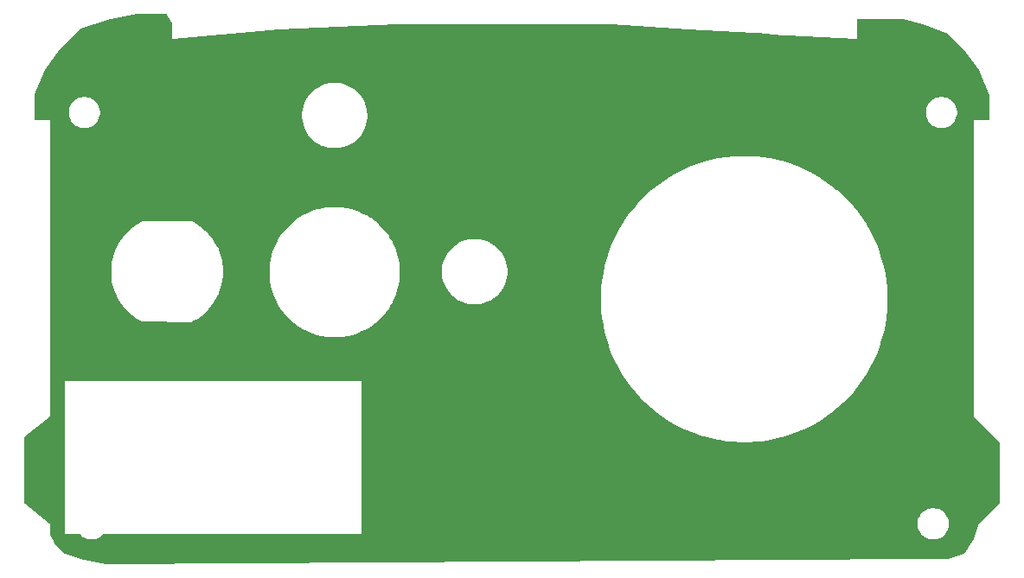
<source format=gtl>
%TF.GenerationSoftware,KiCad,Pcbnew,9.0.6*%
%TF.CreationDate,2025-12-09T13:46:12+01:00*%
%TF.ProjectId,front,66726f6e-742e-46b6-9963-61645f706362,rev?*%
%TF.SameCoordinates,Original*%
%TF.FileFunction,Copper,L1,Top*%
%TF.FilePolarity,Positive*%
%FSLAX46Y46*%
G04 Gerber Fmt 4.6, Leading zero omitted, Abs format (unit mm)*
G04 Created by KiCad (PCBNEW 9.0.6) date 2025-12-09 13:46:12*
%MOMM*%
%LPD*%
G01*
G04 APERTURE LIST*
G04 APERTURE END LIST*
%TA.AperFunction,NonConductor*%
G36*
X207574643Y-14045185D02*
G01*
X207618513Y-14094046D01*
X208061409Y-14979838D01*
X208074500Y-15035292D01*
X208074500Y-16490829D01*
X208073613Y-16491903D01*
X208074500Y-16501215D01*
X208074500Y-16510829D01*
X208075615Y-16512931D01*
X208078289Y-16515140D01*
X208086996Y-16523058D01*
X208089438Y-16525500D01*
X208089441Y-16525500D01*
X208091640Y-16526411D01*
X208091901Y-16526386D01*
X208091903Y-16526387D01*
X208095348Y-16526058D01*
X208107105Y-16525500D01*
X208120148Y-16525500D01*
X208131883Y-16522579D01*
X218598600Y-15525748D01*
X218604916Y-15525309D01*
X230097859Y-15025617D01*
X230103245Y-15025500D01*
X238589438Y-15025500D01*
X244589438Y-15025500D01*
X251095027Y-15025500D01*
X251103275Y-15025775D01*
X258581001Y-15524289D01*
X258587826Y-15524744D01*
X258587868Y-15524792D01*
X258598459Y-15525453D01*
X258598515Y-15525456D01*
X258608842Y-15526146D01*
X258608842Y-15526145D01*
X258632853Y-15527748D01*
X258633584Y-15527648D01*
X266587922Y-16024794D01*
X266587959Y-16024836D01*
X266598566Y-16025459D01*
X266608951Y-16026109D01*
X266608951Y-16026108D01*
X266633094Y-16027620D01*
X266633745Y-16027529D01*
X275086567Y-16524753D01*
X275088824Y-16524886D01*
X275089438Y-16525500D01*
X275099254Y-16525500D01*
X275109046Y-16526076D01*
X275109046Y-16526075D01*
X275109153Y-16526082D01*
X275110556Y-16525500D01*
X275110562Y-16525500D01*
X275114935Y-16521125D01*
X275120220Y-16516143D01*
X275124836Y-16512041D01*
X275124836Y-16512036D01*
X275125500Y-16510668D01*
X275125500Y-16504389D01*
X275125714Y-16497107D01*
X275126909Y-16476786D01*
X275125500Y-16468415D01*
X275125500Y-14649500D01*
X275145185Y-14582461D01*
X275197989Y-14536706D01*
X275249500Y-14525500D01*
X279581595Y-14525500D01*
X279611669Y-14529202D01*
X281583975Y-15022278D01*
X281599941Y-15027441D01*
X284062037Y-16012279D01*
X284103666Y-16039729D01*
X285574454Y-17510517D01*
X285585973Y-17523798D01*
X287067736Y-19499482D01*
X287083667Y-19527830D01*
X288018134Y-21863997D01*
X288065631Y-21982738D01*
X288074500Y-22028790D01*
X288074500Y-24350500D01*
X288054815Y-24417539D01*
X288002011Y-24463294D01*
X287950500Y-24474500D01*
X286589437Y-24474500D01*
X286574500Y-24489437D01*
X286574500Y-53510563D01*
X289038181Y-55974244D01*
X289071666Y-56035567D01*
X289074500Y-56061925D01*
X289074500Y-61938074D01*
X289054815Y-62005113D01*
X289038181Y-62025755D01*
X287099116Y-63964819D01*
X287084890Y-63979044D01*
X287079149Y-63981916D01*
X287077714Y-63986221D01*
X287074500Y-63989435D01*
X287070845Y-63998258D01*
X287068137Y-64014951D01*
X286582139Y-65472942D01*
X286567676Y-65502513D01*
X285607234Y-66943175D01*
X285553669Y-66988036D01*
X285543272Y-66992029D01*
X284114952Y-67468137D01*
X284075740Y-67474500D01*
X281110468Y-67474500D01*
X281110401Y-67474434D01*
X281099907Y-67474500D01*
X281066346Y-67474500D01*
X281065259Y-67474717D01*
X201615112Y-67974404D01*
X201590014Y-67971998D01*
X199114128Y-67476820D01*
X199099234Y-67472865D01*
X197641543Y-66986968D01*
X197593074Y-66957012D01*
X196635185Y-65999122D01*
X196611957Y-65966895D01*
X196391260Y-65525500D01*
X196364981Y-65472942D01*
X196335378Y-65413736D01*
X196335377Y-65413734D01*
X196309640Y-65362260D01*
X196257119Y-65257218D01*
X196138591Y-65020163D01*
X196133831Y-65000000D01*
X197600000Y-65000000D01*
X198991256Y-65000000D01*
X199058295Y-65019685D01*
X199078937Y-65036319D01*
X199206204Y-65163586D01*
X199400464Y-65304724D01*
X199501543Y-65356226D01*
X199614406Y-65413734D01*
X199614408Y-65413734D01*
X199614411Y-65413736D01*
X199842778Y-65487937D01*
X200079941Y-65525500D01*
X200079942Y-65525500D01*
X200320058Y-65525500D01*
X200320059Y-65525500D01*
X200557222Y-65487937D01*
X200785589Y-65413736D01*
X200999536Y-65304724D01*
X201193796Y-65163586D01*
X201321063Y-65036319D01*
X201382386Y-65002834D01*
X201408744Y-65000000D01*
X226600000Y-65000000D01*
X226600000Y-63879941D01*
X281074500Y-63879941D01*
X281074500Y-64120058D01*
X281112063Y-64357222D01*
X281186265Y-64585593D01*
X281295276Y-64799536D01*
X281436414Y-64993796D01*
X281606204Y-65163586D01*
X281800464Y-65304724D01*
X281901543Y-65356226D01*
X282014406Y-65413734D01*
X282014408Y-65413734D01*
X282014411Y-65413736D01*
X282242778Y-65487937D01*
X282479941Y-65525500D01*
X282479942Y-65525500D01*
X282720058Y-65525500D01*
X282720059Y-65525500D01*
X282957222Y-65487937D01*
X283185589Y-65413736D01*
X283399536Y-65304724D01*
X283593796Y-65163586D01*
X283763586Y-64993796D01*
X283904724Y-64799536D01*
X284013736Y-64585589D01*
X284087937Y-64357222D01*
X284125500Y-64120059D01*
X284125500Y-63879941D01*
X284087937Y-63642778D01*
X284013736Y-63414411D01*
X284013734Y-63414408D01*
X284013734Y-63414406D01*
X283904723Y-63200463D01*
X283763586Y-63006204D01*
X283593796Y-62836414D01*
X283399536Y-62695276D01*
X283185593Y-62586265D01*
X282957222Y-62512063D01*
X282720059Y-62474500D01*
X282479941Y-62474500D01*
X282361359Y-62493281D01*
X282242777Y-62512063D01*
X282014406Y-62586265D01*
X281800463Y-62695276D01*
X281606201Y-62836416D01*
X281436416Y-63006201D01*
X281295276Y-63200463D01*
X281186265Y-63414406D01*
X281112063Y-63642777D01*
X281074500Y-63879941D01*
X226600000Y-63879941D01*
X226600000Y-50000000D01*
X197600000Y-50000000D01*
X197600000Y-65000000D01*
X196133831Y-65000000D01*
X196125500Y-64964709D01*
X196125500Y-64008944D01*
X196126510Y-64007682D01*
X196125500Y-63998592D01*
X196125500Y-63989438D01*
X196125500Y-63989088D01*
X196124178Y-63986686D01*
X196122391Y-63985257D01*
X196112172Y-63976110D01*
X196104986Y-63968924D01*
X196093465Y-63962116D01*
X194640608Y-62799830D01*
X193672038Y-62024974D01*
X193631986Y-61967723D01*
X193625500Y-61928146D01*
X193625500Y-55571852D01*
X193645185Y-55504813D01*
X193672036Y-55475026D01*
X196108944Y-53525500D01*
X196110562Y-53525500D01*
X196117032Y-53519030D01*
X196124177Y-53513314D01*
X196124177Y-53513311D01*
X196125008Y-53512647D01*
X196125500Y-53511625D01*
X196125500Y-53501407D01*
X196126510Y-53492318D01*
X196125500Y-53491055D01*
X196125500Y-39293631D01*
X202119823Y-39293631D01*
X202138027Y-39746358D01*
X202138028Y-39746374D01*
X202138870Y-39753188D01*
X202192503Y-40187408D01*
X202193573Y-40196065D01*
X202193576Y-40196083D01*
X202286072Y-40639613D01*
X202286074Y-40639619D01*
X202414897Y-41074005D01*
X202414911Y-41074044D01*
X202446387Y-41154954D01*
X202579179Y-41496302D01*
X202777777Y-41903565D01*
X203009340Y-42293030D01*
X203272286Y-42662034D01*
X203564815Y-43008055D01*
X203884930Y-43328727D01*
X204011851Y-43436406D01*
X204230432Y-43621850D01*
X204230438Y-43621854D01*
X204230442Y-43621858D01*
X204598988Y-43885445D01*
X204988049Y-44117686D01*
X205187679Y-44215467D01*
X205192131Y-44219930D01*
X205196798Y-44219935D01*
X205198946Y-44220987D01*
X205204915Y-44219944D01*
X205205760Y-44219944D01*
X205207609Y-44220656D01*
X205215730Y-44219956D01*
X209983640Y-44225497D01*
X209989610Y-44226554D01*
X209991760Y-44225506D01*
X209996428Y-44225512D01*
X210006171Y-44221490D01*
X210019514Y-44211989D01*
X210200954Y-44123630D01*
X210590939Y-43892021D01*
X210960436Y-43628954D01*
X211306912Y-43336233D01*
X211627995Y-43015862D01*
X211921484Y-42670037D01*
X212185370Y-42301125D01*
X212417845Y-41911655D01*
X212617316Y-41504294D01*
X212782417Y-41081834D01*
X212912016Y-40647167D01*
X212913603Y-40639613D01*
X213005224Y-40203283D01*
X213005227Y-40203271D01*
X213061409Y-39753188D01*
X213080180Y-39300000D01*
X213071875Y-39099500D01*
X217624500Y-39099500D01*
X217624500Y-39600499D01*
X217663807Y-40099938D01*
X217663807Y-40099939D01*
X217680175Y-40203283D01*
X217742179Y-40594758D01*
X217859132Y-41081904D01*
X217882868Y-41154956D01*
X218013943Y-41558366D01*
X218068546Y-41690188D01*
X218205666Y-42021225D01*
X218433110Y-42467608D01*
X218433115Y-42467616D01*
X218433117Y-42467620D01*
X218433120Y-42467627D01*
X218694869Y-42894761D01*
X218694876Y-42894772D01*
X218989343Y-43300071D01*
X218989353Y-43300085D01*
X219264176Y-43621860D01*
X219314715Y-43681033D01*
X219668967Y-44035285D01*
X219668973Y-44035290D01*
X220049914Y-44360646D01*
X220049921Y-44360651D01*
X220455229Y-44655125D01*
X220579480Y-44731266D01*
X220882372Y-44916879D01*
X220882378Y-44916881D01*
X220882392Y-44916890D01*
X221328775Y-45144334D01*
X221791628Y-45336054D01*
X221791633Y-45336056D01*
X221912782Y-45375419D01*
X222268096Y-45490868D01*
X222755242Y-45607821D01*
X223250062Y-45686193D01*
X223749506Y-45725500D01*
X223749514Y-45725500D01*
X224250486Y-45725500D01*
X224250494Y-45725500D01*
X224749938Y-45686193D01*
X225244758Y-45607821D01*
X225731904Y-45490868D01*
X226208372Y-45336054D01*
X226671225Y-45144334D01*
X227117608Y-44916890D01*
X227117623Y-44916880D01*
X227117627Y-44916879D01*
X227272735Y-44821827D01*
X227544771Y-44655125D01*
X227950079Y-44360651D01*
X228331033Y-44035285D01*
X228685285Y-43681033D01*
X229010651Y-43300079D01*
X229305125Y-42894771D01*
X229546734Y-42500500D01*
X229566879Y-42467627D01*
X229566880Y-42467623D01*
X229566890Y-42467608D01*
X229794334Y-42021225D01*
X229986054Y-41558372D01*
X230140868Y-41081904D01*
X230257821Y-40594758D01*
X230336193Y-40099938D01*
X230375500Y-39600494D01*
X230375500Y-39120259D01*
X234499500Y-39120259D01*
X234499500Y-39479740D01*
X234539746Y-39836935D01*
X234539748Y-39836951D01*
X234619737Y-40187407D01*
X234619741Y-40187419D01*
X234738465Y-40526711D01*
X234894432Y-40850579D01*
X234894434Y-40850582D01*
X235085685Y-41154956D01*
X235309812Y-41436003D01*
X235563997Y-41690188D01*
X235845044Y-41914315D01*
X236149418Y-42105566D01*
X236473292Y-42261536D01*
X236658689Y-42326409D01*
X236812580Y-42380258D01*
X236812592Y-42380262D01*
X237163052Y-42460252D01*
X237520260Y-42500499D01*
X237520261Y-42500500D01*
X237520264Y-42500500D01*
X237879739Y-42500500D01*
X237879739Y-42500499D01*
X238236948Y-42460252D01*
X238587408Y-42380262D01*
X238926708Y-42261536D01*
X239250582Y-42105566D01*
X239554956Y-41914315D01*
X239836003Y-41690188D01*
X239893462Y-41632729D01*
X250074500Y-41632729D01*
X250074500Y-41634190D01*
X250074500Y-42367271D01*
X250074500Y-42367289D01*
X250074501Y-42367291D01*
X250112942Y-43100789D01*
X250112942Y-43100797D01*
X250189723Y-43831329D01*
X250304629Y-44556809D01*
X250304637Y-44556853D01*
X250457348Y-45275302D01*
X250647462Y-45984819D01*
X250647466Y-45984832D01*
X250818873Y-46512366D01*
X250874450Y-46683413D01*
X251137686Y-47369166D01*
X251436450Y-48040203D01*
X251436459Y-48040220D01*
X251769928Y-48694690D01*
X252137190Y-49330807D01*
X252537250Y-49946846D01*
X252537252Y-49946849D01*
X252969000Y-50541101D01*
X252969002Y-50541103D01*
X252969008Y-50541110D01*
X253431270Y-51111956D01*
X253922774Y-51657827D01*
X254442173Y-52177226D01*
X254988044Y-52668730D01*
X254988048Y-52668733D01*
X255558896Y-53130997D01*
X255558898Y-53130999D01*
X256153150Y-53562747D01*
X256153153Y-53562749D01*
X256769192Y-53962809D01*
X257405309Y-54330071D01*
X257405316Y-54330075D01*
X258059797Y-54663550D01*
X258730834Y-54962314D01*
X259416587Y-55225550D01*
X259972934Y-55406318D01*
X260115167Y-55452533D01*
X260115180Y-55452537D01*
X260824697Y-55642651D01*
X261543146Y-55795362D01*
X261543179Y-55795369D01*
X262175999Y-55895598D01*
X262268670Y-55910276D01*
X262268672Y-55910276D01*
X262268677Y-55910277D01*
X262999195Y-55987057D01*
X263732729Y-56025500D01*
X263732748Y-56025500D01*
X264467252Y-56025500D01*
X264467271Y-56025500D01*
X265200805Y-55987057D01*
X265931323Y-55910277D01*
X266656821Y-55795369D01*
X266942911Y-55734558D01*
X267375302Y-55642651D01*
X267375307Y-55642649D01*
X267375310Y-55642649D01*
X268084823Y-55452536D01*
X268783413Y-55225550D01*
X269469166Y-54962314D01*
X270140203Y-54663550D01*
X270794684Y-54330075D01*
X271430816Y-53962804D01*
X272046854Y-53562744D01*
X272390585Y-53313008D01*
X272641101Y-53130999D01*
X272641103Y-53130997D01*
X272641101Y-53130997D01*
X272641110Y-53130992D01*
X273211956Y-52668730D01*
X273757827Y-52177226D01*
X274277226Y-51657827D01*
X274768730Y-51111956D01*
X275230992Y-50541110D01*
X275662744Y-49946854D01*
X276062804Y-49330816D01*
X276430075Y-48694684D01*
X276763550Y-48040203D01*
X277062314Y-47369166D01*
X277325550Y-46683413D01*
X277552536Y-45984823D01*
X277742649Y-45275310D01*
X277895369Y-44556821D01*
X278010277Y-43831323D01*
X278087057Y-43100805D01*
X278125500Y-42367271D01*
X278125500Y-41632729D01*
X278087057Y-40899195D01*
X278010277Y-40168677D01*
X277895369Y-39443179D01*
X277863582Y-39293632D01*
X277742651Y-38724697D01*
X277552537Y-38015180D01*
X277552533Y-38015167D01*
X277466186Y-37749420D01*
X277325550Y-37316587D01*
X277062314Y-36630834D01*
X276763550Y-35959797D01*
X276430075Y-35305316D01*
X276343549Y-35155449D01*
X276062809Y-34669192D01*
X276041106Y-34635773D01*
X275662744Y-34053146D01*
X275230999Y-33458898D01*
X275230997Y-33458896D01*
X275028742Y-33209132D01*
X274768730Y-32888044D01*
X274277226Y-32342173D01*
X273757827Y-31822774D01*
X273211956Y-31331270D01*
X273138544Y-31271822D01*
X272641103Y-30869002D01*
X272641101Y-30869000D01*
X272046849Y-30437252D01*
X272046846Y-30437250D01*
X271430807Y-30037190D01*
X270794690Y-29669928D01*
X270700041Y-29621702D01*
X270140203Y-29336450D01*
X269469166Y-29037686D01*
X268783413Y-28774450D01*
X268612366Y-28718873D01*
X268084832Y-28547466D01*
X268084819Y-28547462D01*
X267375302Y-28357348D01*
X266656853Y-28204637D01*
X266656826Y-28204632D01*
X266656821Y-28204631D01*
X266656813Y-28204629D01*
X266656809Y-28204629D01*
X265931329Y-28089723D01*
X265365842Y-28030289D01*
X265200805Y-28012943D01*
X265200800Y-28012942D01*
X265200793Y-28012942D01*
X264467291Y-27974501D01*
X264467289Y-27974500D01*
X264467271Y-27974500D01*
X263732729Y-27974500D01*
X263732711Y-27974500D01*
X263732708Y-27974501D01*
X262999210Y-28012942D01*
X262999202Y-28012942D01*
X262268670Y-28089723D01*
X261543190Y-28204629D01*
X261543146Y-28204637D01*
X260824697Y-28357348D01*
X260115180Y-28547462D01*
X260115167Y-28547466D01*
X259416590Y-28774449D01*
X259416570Y-28774456D01*
X258730831Y-29037687D01*
X258059801Y-29336448D01*
X258059779Y-29336459D01*
X257405309Y-29669928D01*
X256769192Y-30037190D01*
X256153153Y-30437250D01*
X256153150Y-30437252D01*
X255558898Y-30869000D01*
X255558896Y-30869002D01*
X254988048Y-31331266D01*
X254988040Y-31331273D01*
X254442186Y-31822761D01*
X254442157Y-31822789D01*
X253922789Y-32342157D01*
X253922761Y-32342186D01*
X253431273Y-32888040D01*
X253431266Y-32888048D01*
X252969002Y-33458896D01*
X252969000Y-33458898D01*
X252537252Y-34053150D01*
X252537250Y-34053153D01*
X252137190Y-34669192D01*
X251769928Y-35305309D01*
X251436459Y-35959779D01*
X251436448Y-35959801D01*
X251137687Y-36630831D01*
X250874456Y-37316570D01*
X250874449Y-37316590D01*
X250647466Y-38015167D01*
X250647462Y-38015180D01*
X250457348Y-38724697D01*
X250304637Y-39443146D01*
X250304629Y-39443190D01*
X250189723Y-40168670D01*
X250112942Y-40899202D01*
X250112942Y-40899210D01*
X250103367Y-41081915D01*
X250074500Y-41632729D01*
X239893462Y-41632729D01*
X240090188Y-41436003D01*
X240314315Y-41154956D01*
X240505566Y-40850582D01*
X240661536Y-40526708D01*
X240780262Y-40187408D01*
X240860252Y-39836948D01*
X240900500Y-39479736D01*
X240900500Y-39120264D01*
X240860252Y-38763052D01*
X240780262Y-38412592D01*
X240661536Y-38073292D01*
X240505566Y-37749418D01*
X240314315Y-37445044D01*
X240090188Y-37163997D01*
X239836003Y-36909812D01*
X239554956Y-36685685D01*
X239328645Y-36543484D01*
X239250579Y-36494432D01*
X238926711Y-36338465D01*
X238587419Y-36219741D01*
X238587407Y-36219737D01*
X238236951Y-36139748D01*
X238236935Y-36139746D01*
X237879740Y-36099500D01*
X237879736Y-36099500D01*
X237520264Y-36099500D01*
X237520259Y-36099500D01*
X237163064Y-36139746D01*
X237163048Y-36139748D01*
X236812592Y-36219737D01*
X236812580Y-36219741D01*
X236473288Y-36338465D01*
X236149420Y-36494432D01*
X235845045Y-36685684D01*
X235563997Y-36909811D01*
X235309811Y-37163997D01*
X235085684Y-37445045D01*
X234894432Y-37749420D01*
X234738465Y-38073288D01*
X234619741Y-38412580D01*
X234619737Y-38412592D01*
X234539748Y-38763048D01*
X234539746Y-38763064D01*
X234499500Y-39120259D01*
X230375500Y-39120259D01*
X230375500Y-39099506D01*
X230336193Y-38600062D01*
X230257821Y-38105242D01*
X230140868Y-37618096D01*
X229986054Y-37141628D01*
X229794334Y-36678775D01*
X229566890Y-36232392D01*
X229566881Y-36232378D01*
X229566879Y-36232372D01*
X229380308Y-35927917D01*
X229305125Y-35805229D01*
X229010651Y-35399921D01*
X229010646Y-35399914D01*
X228685290Y-35018973D01*
X228685285Y-35018967D01*
X228331033Y-34664715D01*
X228297146Y-34635773D01*
X227950085Y-34339353D01*
X227950071Y-34339343D01*
X227785132Y-34219507D01*
X227544771Y-34044875D01*
X227513895Y-34025954D01*
X227117627Y-33783120D01*
X227117620Y-33783117D01*
X227117616Y-33783115D01*
X227117608Y-33783110D01*
X226671225Y-33555666D01*
X226519605Y-33492863D01*
X226208366Y-33363943D01*
X225869354Y-33253792D01*
X225731904Y-33209132D01*
X225244758Y-33092179D01*
X225100552Y-33069339D01*
X224749938Y-33013807D01*
X224250499Y-32974500D01*
X224250494Y-32974500D01*
X223749506Y-32974500D01*
X223749500Y-32974500D01*
X223250061Y-33013807D01*
X223250060Y-33013807D01*
X222755247Y-33092178D01*
X222755244Y-33092178D01*
X222755242Y-33092179D01*
X222580783Y-33134062D01*
X222268107Y-33209129D01*
X222268101Y-33209130D01*
X222268096Y-33209132D01*
X222268084Y-33209136D01*
X221791633Y-33363943D01*
X221328777Y-33555665D01*
X221328775Y-33555666D01*
X220882392Y-33783110D01*
X220882388Y-33783112D01*
X220882379Y-33783117D01*
X220882372Y-33783120D01*
X220455238Y-34044869D01*
X220455227Y-34044876D01*
X220049928Y-34339343D01*
X220049914Y-34339353D01*
X219668973Y-34664709D01*
X219668959Y-34664722D01*
X219314722Y-35018959D01*
X219314709Y-35018973D01*
X218989353Y-35399914D01*
X218989343Y-35399928D01*
X218694876Y-35805227D01*
X218694869Y-35805238D01*
X218433120Y-36232372D01*
X218433117Y-36232379D01*
X218433112Y-36232388D01*
X218433110Y-36232392D01*
X218379063Y-36338465D01*
X218205665Y-36678777D01*
X218013943Y-37141633D01*
X217859136Y-37618084D01*
X217859129Y-37618107D01*
X217827604Y-37749418D01*
X217749850Y-38073292D01*
X217742178Y-38105247D01*
X217663807Y-38600060D01*
X217663807Y-38600061D01*
X217624500Y-39099500D01*
X213071875Y-39099500D01*
X213061409Y-38846812D01*
X213005227Y-38396729D01*
X212960822Y-38185259D01*
X212912020Y-37952849D01*
X212912018Y-37952843D01*
X212912016Y-37952833D01*
X212782417Y-37518166D01*
X212617316Y-37095706D01*
X212417845Y-36688345D01*
X212417844Y-36688344D01*
X212417842Y-36688339D01*
X212417840Y-36688336D01*
X212185377Y-36298887D01*
X212185374Y-36298881D01*
X212183534Y-36296309D01*
X211960011Y-35983823D01*
X211921486Y-35929965D01*
X211627999Y-35584143D01*
X211627995Y-35584138D01*
X211626431Y-35582577D01*
X211306925Y-35263779D01*
X211306914Y-35263769D01*
X211305590Y-35262650D01*
X210960436Y-34971046D01*
X210834026Y-34881047D01*
X210590935Y-34707976D01*
X210200961Y-34476373D01*
X210200955Y-34476370D01*
X210024473Y-34390424D01*
X210024468Y-34390422D01*
X210000899Y-34378944D01*
X209996455Y-34374500D01*
X209991775Y-34374500D01*
X209989610Y-34373446D01*
X209983657Y-34374500D01*
X209982862Y-34374500D01*
X209980975Y-34373778D01*
X209972764Y-34374500D01*
X205216343Y-34374500D01*
X205210390Y-34373446D01*
X205208225Y-34374500D01*
X205203545Y-34374500D01*
X205193684Y-34378583D01*
X205180417Y-34388039D01*
X204999253Y-34476256D01*
X204609656Y-34707589D01*
X204609650Y-34707593D01*
X204240502Y-34970316D01*
X204240495Y-34970321D01*
X203894310Y-35262644D01*
X203573438Y-35582583D01*
X203280107Y-35927921D01*
X203016305Y-36296314D01*
X202783839Y-36685236D01*
X202584299Y-37092030D01*
X202419042Y-37513924D01*
X202289205Y-37948025D01*
X202289199Y-37948045D01*
X202195671Y-38391361D01*
X202195667Y-38391389D01*
X202139079Y-38840938D01*
X202119823Y-39293631D01*
X196125500Y-39293631D01*
X196125500Y-26489438D01*
X196125500Y-24489438D01*
X196110562Y-24474500D01*
X194749500Y-24474500D01*
X194682461Y-24454815D01*
X194636706Y-24402011D01*
X194625500Y-24350500D01*
X194625500Y-23579941D01*
X197974500Y-23579941D01*
X197974500Y-23584312D01*
X197974500Y-23820059D01*
X197975030Y-23823406D01*
X198012063Y-24057222D01*
X198086265Y-24285593D01*
X198182519Y-24474500D01*
X198195276Y-24499536D01*
X198336414Y-24693796D01*
X198506204Y-24863586D01*
X198700464Y-25004724D01*
X198801543Y-25056226D01*
X198914406Y-25113734D01*
X198914408Y-25113734D01*
X198914411Y-25113736D01*
X199142778Y-25187937D01*
X199379941Y-25225500D01*
X199379942Y-25225500D01*
X199620058Y-25225500D01*
X199620059Y-25225500D01*
X199857222Y-25187937D01*
X200085589Y-25113736D01*
X200299536Y-25004724D01*
X200493796Y-24863586D01*
X200663586Y-24693796D01*
X200804724Y-24499536D01*
X200913736Y-24285589D01*
X200987937Y-24057222D01*
X201025468Y-23820259D01*
X220799500Y-23820259D01*
X220799500Y-24179740D01*
X220839746Y-24536935D01*
X220839748Y-24536951D01*
X220919737Y-24887407D01*
X220919741Y-24887419D01*
X221038465Y-25226711D01*
X221194432Y-25550579D01*
X221194434Y-25550582D01*
X221385685Y-25854956D01*
X221609812Y-26136003D01*
X221863997Y-26390188D01*
X222145044Y-26614315D01*
X222449418Y-26805566D01*
X222773292Y-26961536D01*
X222958689Y-27026409D01*
X223112580Y-27080258D01*
X223112592Y-27080262D01*
X223463052Y-27160252D01*
X223820260Y-27200499D01*
X223820261Y-27200500D01*
X223820264Y-27200500D01*
X224179739Y-27200500D01*
X224179739Y-27200499D01*
X224536948Y-27160252D01*
X224887408Y-27080262D01*
X225226708Y-26961536D01*
X225550582Y-26805566D01*
X225854956Y-26614315D01*
X226136003Y-26390188D01*
X226390188Y-26136003D01*
X226614315Y-25854956D01*
X226805566Y-25550582D01*
X226961536Y-25226708D01*
X227080262Y-24887408D01*
X227160252Y-24536948D01*
X227200500Y-24179736D01*
X227200500Y-23820264D01*
X227174438Y-23588953D01*
X227174438Y-23588952D01*
X227173423Y-23579941D01*
X281874500Y-23579941D01*
X281874500Y-23584312D01*
X281874500Y-23820059D01*
X281875030Y-23823406D01*
X281912063Y-24057222D01*
X281986265Y-24285593D01*
X282082519Y-24474500D01*
X282095276Y-24499536D01*
X282236414Y-24693796D01*
X282406204Y-24863586D01*
X282600464Y-25004724D01*
X282701543Y-25056226D01*
X282814406Y-25113734D01*
X282814408Y-25113734D01*
X282814411Y-25113736D01*
X283042778Y-25187937D01*
X283279941Y-25225500D01*
X283279942Y-25225500D01*
X283520058Y-25225500D01*
X283520059Y-25225500D01*
X283757222Y-25187937D01*
X283985589Y-25113736D01*
X284199536Y-25004724D01*
X284393796Y-24863586D01*
X284563586Y-24693796D01*
X284704724Y-24499536D01*
X284813736Y-24285589D01*
X284887937Y-24057222D01*
X284925500Y-23820059D01*
X284925500Y-23579941D01*
X284887937Y-23342778D01*
X284813736Y-23114411D01*
X284813734Y-23114408D01*
X284813734Y-23114406D01*
X284704723Y-22900463D01*
X284612325Y-22773288D01*
X284563586Y-22706204D01*
X284393796Y-22536414D01*
X284199536Y-22395276D01*
X283985593Y-22286265D01*
X283757222Y-22212063D01*
X283520059Y-22174500D01*
X283279941Y-22174500D01*
X283261158Y-22177475D01*
X283042777Y-22212063D01*
X282814406Y-22286265D01*
X282600463Y-22395276D01*
X282406201Y-22536416D01*
X282236416Y-22706201D01*
X282095276Y-22900463D01*
X281986265Y-23114406D01*
X281912063Y-23342777D01*
X281893011Y-23463066D01*
X281874500Y-23579941D01*
X227173423Y-23579941D01*
X227160254Y-23463066D01*
X227160251Y-23463048D01*
X227080262Y-23112592D01*
X227080258Y-23112580D01*
X227006035Y-22900463D01*
X226961536Y-22773292D01*
X226805566Y-22449418D01*
X226614315Y-22145044D01*
X226390188Y-21863997D01*
X226136003Y-21609812D01*
X225854956Y-21385685D01*
X225550582Y-21194434D01*
X225550579Y-21194432D01*
X225226711Y-21038465D01*
X224887419Y-20919741D01*
X224887407Y-20919737D01*
X224536951Y-20839748D01*
X224536935Y-20839746D01*
X224179740Y-20799500D01*
X224179736Y-20799500D01*
X223820264Y-20799500D01*
X223820259Y-20799500D01*
X223463064Y-20839746D01*
X223463048Y-20839748D01*
X223112592Y-20919737D01*
X223112580Y-20919741D01*
X222773288Y-21038465D01*
X222449420Y-21194432D01*
X222145045Y-21385684D01*
X221863997Y-21609811D01*
X221609811Y-21863997D01*
X221385684Y-22145045D01*
X221194432Y-22449420D01*
X221038465Y-22773288D01*
X220919741Y-23112580D01*
X220919737Y-23112592D01*
X220839748Y-23463048D01*
X220839746Y-23463064D01*
X220799500Y-23820259D01*
X201025468Y-23820259D01*
X201025500Y-23820059D01*
X201025500Y-23579941D01*
X200987937Y-23342778D01*
X200913736Y-23114411D01*
X200913734Y-23114408D01*
X200913734Y-23114406D01*
X200804723Y-22900463D01*
X200712325Y-22773288D01*
X200663586Y-22706204D01*
X200493796Y-22536414D01*
X200299536Y-22395276D01*
X200085593Y-22286265D01*
X199857222Y-22212063D01*
X199620059Y-22174500D01*
X199379941Y-22174500D01*
X199361158Y-22177475D01*
X199142777Y-22212063D01*
X198914406Y-22286265D01*
X198700463Y-22395276D01*
X198506201Y-22536416D01*
X198336416Y-22706201D01*
X198195276Y-22900463D01*
X198086265Y-23114406D01*
X198012063Y-23342777D01*
X197993011Y-23463066D01*
X197974500Y-23579941D01*
X194625500Y-23579941D01*
X194625500Y-22028790D01*
X194634369Y-21982738D01*
X194666928Y-21901341D01*
X195616333Y-19527825D01*
X195632259Y-19499487D01*
X197114023Y-17523800D01*
X197125542Y-17510520D01*
X198114930Y-16521132D01*
X199093078Y-15542984D01*
X199141542Y-15513031D01*
X202099243Y-14527130D01*
X202114118Y-14523180D01*
X204590483Y-14027908D01*
X204614801Y-14025500D01*
X207507604Y-14025500D01*
X207574643Y-14045185D01*
G37*
%TD.AperFunction*%
M02*

</source>
